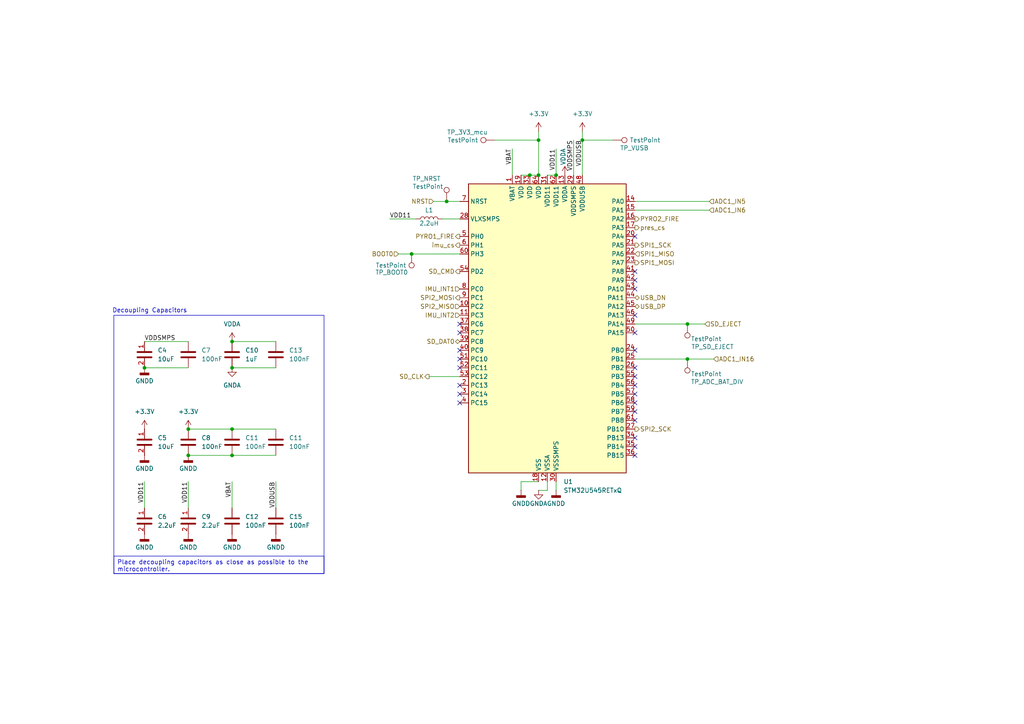
<source format=kicad_sch>
(kicad_sch (version 20250114) (generator "eeschema") (generator_version "9.0")
  (paper "A4")
  (title_block (title "Ride-Along Module") (date "2025-04-10") (rev "1") (company "Rowan Rocketry"))
  (lib_symbols
    (symbol "C_1" (pin_names (offset 0.254))
      (property "Reference" "C" (at 0.635 2.54 0))
      (property "Value" "C" (at 0.635 -2.54 0))
      (symbol "C_1_0_1"
        (polyline (pts (xy -2.032 0.762) (xy 2.032 0.762)) (stroke (width 0.508)))
        (polyline (pts (xy -2.032 -0.762) (xy 2.032 -0.762)) (stroke (width 0.508)))
      )
      (symbol "C_1_1_1"
        (pin passive line (at 0 3.81 270) (length 2.794) (name "~") (number "1"))
        (pin passive line (at 0 -3.81 90) (length 2.794) (name "~") (number "2"))
      )
    )
    (symbol "C_2" (pin_names (offset 0.254))
      (property "Reference" "C" (at 0.635 2.54 0))
      (property "Value" "C" (at 0.635 -2.54 0))
      (symbol "C_2_0_1"
        (polyline (pts (xy -2.032 0.762) (xy 2.032 0.762)) (stroke (width 0.508)))
        (polyline (pts (xy -2.032 -0.762) (xy 2.032 -0.762)) (stroke (width 0.508)))
      )
      (symbol "C_2_1_1"
        (pin passive line (at 0 3.81 270) (length 2.794) (name "~") (number "1"))
        (pin passive line (at 0 -3.81 90) (length 2.794) (name "~") (number "2"))
      )
    )
    (symbol "C_3" (pin_names (offset 0.254))
      (property "Reference" "C" (at 0.635 2.54 0))
      (property "Value" "C" (at 0.635 -2.54 0))
      (symbol "C_3_0_1"
        (polyline (pts (xy -2.032 0.762) (xy 2.032 0.762)) (stroke (width 0.508)))
        (polyline (pts (xy -2.032 -0.762) (xy 2.032 -0.762)) (stroke (width 0.508)))
      )
      (symbol "C_3_1_1"
        (pin passive line (at 0 3.81 270) (length 2.794) (name "~") (number "1"))
        (pin passive line (at 0 -3.81 90) (length 2.794) (name "~") (number "2"))
      )
    )
    (symbol "C_4" (pin_names (offset 0.254))
      (property "Reference" "C" (at 0.635 2.54 0))
      (property "Value" "C" (at 0.635 -2.54 0))
      (symbol "C_4_0_1"
        (polyline (pts (xy -2.032 0.762) (xy 2.032 0.762)) (stroke (width 0.508)))
        (polyline (pts (xy -2.032 -0.762) (xy 2.032 -0.762)) (stroke (width 0.508)))
      )
      (symbol "C_4_1_1"
        (pin passive line (at 0 3.81 270) (length 2.794) (name "~") (number "1"))
        (pin passive line (at 0 -3.81 90) (length 2.794) (name "~") (number "2"))
      )
    )
    (symbol "Connector:TestPoint" (pin_numbers (hide yes)) (pin_names (offset 0.762) (hide yes))
      (property "Reference" "TP" (at 0 6.858 0))
      (property "Value" "TestPoint" (at 0 5.08 0))
      (symbol "TestPoint_0_1"
        (circle (center 0 3.302) (radius 0.762))
      )
      (symbol "TestPoint_1_1"
        (pin passive line (at 0 0 90) (length 2.54) (name "1") (number "1"))
      )
    )
    (symbol "Device:C" (pin_numbers (hide yes)) (pin_names (offset 0.254))
      (property "Reference" "C" (at 0.635 2.54 0))
      (property "Value" "C" (at 0.635 -2.54 0))
      (symbol "C_0_1"
        (polyline (pts (xy -2.032 0.762) (xy 2.032 0.762)) (stroke (width 0.508)))
        (polyline (pts (xy -2.032 -0.762) (xy 2.032 -0.762)) (stroke (width 0.508)))
      )
      (symbol "C_1_1"
        (pin passive line (at 0 3.81 270) (length 2.794) (name "~") (number "1"))
        (pin passive line (at 0 -3.81 90) (length 2.794) (name "~") (number "2"))
      )
    )
    (symbol "Device:L" (pin_numbers (hide yes)) (pin_names (offset 1.016) (hide yes))
      (property "Reference" "L" (at -1.27 0 90))
      (property "Value" "L" (at 1.905 0 90))
      (symbol "L_0_1"
        (arc (start 0 2.54) (mid 0.6323 1.905) (end 0 1.27))
        (arc (start 0 1.27) (mid 0.6323 0.635) (end 0 0))
        (arc (start 0 0) (mid 0.6323 -0.635) (end 0 -1.27))
        (arc (start 0 -1.27) (mid 0.6323 -1.905) (end 0 -2.54))
      )
      (symbol "L_1_1"
        (pin passive line (at 0 3.81 270) (length 1.27) (name "1") (number "1"))
        (pin passive line (at 0 -3.81 90) (length 1.27) (name "2") (number "2"))
      )
    )
    (symbol "MCU_ST_STM32U5:STM32U545RETxQ"
      (property "Reference" "U" (at -22.86 44.45 0))
      (property "Value" "STM32U545RETxQ" (at 12.7 44.45 0))
      (symbol "STM32U545RETxQ_0_1"
        (rectangle (start -22.86 -40.64) (end 22.86 43.18) (stroke (width 0.254)) (fill (type background)))
      )
      (symbol "STM32U545RETxQ_1_1"
        (pin input line (at -25.4 38.1 0) (length 2.54) (name "NRST") (number "7"))
        (pin power_in line (at -25.4 33.02 0) (length 2.54) (name "VLXSMPS") (number "28"))
        (pin bidirectional line (at -25.4 27.94 0) (length 2.54) (name "PH0") (number "5"))
        (pin bidirectional line (at -25.4 25.4 0) (length 2.54) (name "PH1") (number "6"))
        (pin bidirectional line (at -25.4 22.86 0) (length 2.54) (name "PH3") (number "60"))
        (pin bidirectional line (at -25.4 17.78 0) (length 2.54) (name "PD2") (number "54"))
        (pin bidirectional line (at -25.4 12.7 0) (length 2.54) (name "PC0") (number "8"))
        (pin bidirectional line (at -25.4 10.16 0) (length 2.54) (name "PC1") (number "9"))
        (pin bidirectional line (at -25.4 7.62 0) (length 2.54) (name "PC2") (number "10"))
        (pin bidirectional line (at -25.4 5.08 0) (length 2.54) (name "PC3") (number "11"))
        (pin bidirectional line (at -25.4 2.54 0) (length 2.54) (name "PC6") (number "37"))
        (pin bidirectional line (at -25.4 0 0) (length 2.54) (name "PC7") (number "38"))
        (pin bidirectional line (at -25.4 -2.54 0) (length 2.54) (name "PC8") (number "39"))
        (pin bidirectional line (at -25.4 -5.08 0) (length 2.54) (name "PC9") (number "40"))
        (pin bidirectional line (at -25.4 -7.62 0) (length 2.54) (name "PC10") (number "51"))
        (pin bidirectional line (at -25.4 -10.16 0) (length 2.54) (name "PC11") (number "52"))
        (pin bidirectional line (at -25.4 -12.7 0) (length 2.54) (name "PC12") (number "53"))
        (pin bidirectional line (at -25.4 -15.24 0) (length 2.54) (name "PC13") (number "2"))
        (pin bidirectional line (at -25.4 -17.78 0) (length 2.54) (name "PC14") (number "3"))
        (pin bidirectional line (at -25.4 -20.32 0) (length 2.54) (name "PC15") (number "4"))
        (pin power_in line (at -10.16 45.72 270) (length 2.54) (name "VBAT") (number "1"))
        (pin power_in line (at -7.62 45.72 270) (length 2.54) (name "VDD") (number "19"))
        (pin power_in line (at -5.08 45.72 270) (length 2.54) (name "VDD") (number "33"))
        (pin power_in line (at -2.54 45.72 270) (length 2.54) (name "VDD") (number "64"))
        (pin power_in line (at -2.54 -43.18 90) (length 2.54) (name "VSS") (number "18"))
        (pin passive line (at -2.54 -43.18 90) (length 2.54) (hide yes) (name "VSS") (number "32"))
        (pin passive line (at -2.54 -43.18 90) (length 2.54) (hide yes) (name "VSS") (number "47"))
        (pin passive line (at -2.54 -43.18 90) (length 2.54) (hide yes) (name "VSS") (number "63"))
        (pin power_in line (at 0 45.72 270) (length 2.54) (name "VDD11") (number "31"))
        (pin power_in line (at 0 -43.18 90) (length 2.54) (name "VSSA") (number "12"))
        (pin power_in line (at 2.54 45.72 270) (length 2.54) (name "VDD11") (number "62"))
        (pin power_in line (at 2.54 -43.18 90) (length 2.54) (name "VSSSMPS") (number "30"))
        (pin power_in line (at 5.08 45.72 270) (length 2.54) (name "VDDA") (number "13"))
        (pin power_in line (at 7.62 45.72 270) (length 2.54) (name "VDDSMPS") (number "29"))
        (pin power_in line (at 10.16 45.72 270) (length 2.54) (name "VDDUSB") (number "48"))
        (pin bidirectional line (at 25.4 38.1 180) (length 2.54) (name "PA0") (number "14"))
        (pin bidirectional line (at 25.4 35.56 180) (length 2.54) (name "PA1") (number "15"))
        (pin bidirectional line (at 25.4 33.02 180) (length 2.54) (name "PA2") (number "16"))
        (pin bidirectional line (at 25.4 30.48 180) (length 2.54) (name "PA3") (number "17"))
        (pin bidirectional line (at 25.4 27.94 180) (length 2.54) (name "PA4") (number "20"))
        (pin bidirectional line (at 25.4 25.4 180) (length 2.54) (name "PA5") (number "21"))
        (pin bidirectional line (at 25.4 22.86 180) (length 2.54) (name "PA6") (number "22"))
        (pin bidirectional line (at 25.4 20.32 180) (length 2.54) (name "PA7") (number "23"))
        (pin bidirectional line (at 25.4 17.78 180) (length 2.54) (name "PA8") (number "41"))
        (pin bidirectional line (at 25.4 15.24 180) (length 2.54) (name "PA9") (number "42"))
        (pin bidirectional line (at 25.4 12.7 180) (length 2.54) (name "PA10") (number "43"))
        (pin bidirectional line (at 25.4 10.16 180) (length 2.54) (name "PA11") (number "44"))
        (pin bidirectional line (at 25.4 7.62 180) (length 2.54) (name "PA12") (number "45"))
        (pin bidirectional line (at 25.4 5.08 180) (length 2.54) (name "PA13") (number "46"))
        (pin bidirectional line (at 25.4 2.54 180) (length 2.54) (name "PA14") (number "49"))
        (pin bidirectional line (at 25.4 0 180) (length 2.54) (name "PA15") (number "50"))
        (pin bidirectional line (at 25.4 -5.08 180) (length 2.54) (name "PB0") (number "24"))
        (pin bidirectional line (at 25.4 -7.62 180) (length 2.54) (name "PB1") (number "25"))
        (pin bidirectional line (at 25.4 -10.16 180) (length 2.54) (name "PB2") (number "26"))
        (pin bidirectional line (at 25.4 -12.7 180) (length 2.54) (name "PB3") (number "55"))
        (pin bidirectional line (at 25.4 -15.24 180) (length 2.54) (name "PB4") (number "56"))
        (pin bidirectional line (at 25.4 -17.78 180) (length 2.54) (name "PB5") (number "57"))
        (pin bidirectional line (at 25.4 -20.32 180) (length 2.54) (name "PB6") (number "58"))
        (pin bidirectional line (at 25.4 -22.86 180) (length 2.54) (name "PB7") (number "59"))
        (pin bidirectional line (at 25.4 -25.4 180) (length 2.54) (name "PB8") (number "61"))
        (pin bidirectional line (at 25.4 -27.94 180) (length 2.54) (name "PB10") (number "27"))
        (pin bidirectional line (at 25.4 -30.48 180) (length 2.54) (name "PB13") (number "34"))
        (pin bidirectional line (at 25.4 -33.02 180) (length 2.54) (name "PB14") (number "35"))
        (pin bidirectional line (at 25.4 -35.56 180) (length 2.54) (name "PB15") (number "36"))
      )
    )
    (symbol "power:+3.3V" (power) (pin_numbers (hide yes)) (pin_names (offset 0) (hide yes))
      (property "Value" "+3.3V" (at 0 3.556 0))
      (symbol "+3.3V_0_1"
        (polyline (pts (xy -0.762 1.27) (xy 0 2.54)))
        (polyline (pts (xy 0 2.54) (xy 0.762 1.27)))
        (polyline (pts (xy 0 0) (xy 0 2.54)))
      )
      (symbol "+3.3V_1_1"
        (pin power_in line (at 0 0 90) (length 0) (name "~") (number "1"))
      )
    )
    (symbol "power:GNDA" (power) (pin_numbers (hide yes)) (pin_names (offset 0) (hide yes))
      (property "Value" "GNDA" (at 0 -3.81 0))
      (symbol "GNDA_0_1"
        (polyline (pts (xy 0 0) (xy 0 -1.27) (xy 1.27 -1.27) (xy 0 -2.54) (xy -1.27 -1.27) (xy 0 -1.27)))
      )
      (symbol "GNDA_1_1"
        (pin power_in line (at 0 0 270) (length 0) (name "~") (number "1"))
      )
    )
    (symbol "power:GNDD" (power) (pin_numbers (hide yes)) (pin_names (offset 0) (hide yes))
      (property "Value" "GNDD" (at 0 -3.175 0))
      (symbol "GNDD_0_1"
        (rectangle (start -1.27 -1.524) (end 1.27 -2.032) (stroke (width 0.254)) (fill (type outline)))
        (polyline (pts (xy 0 0) (xy 0 -1.524)))
      )
      (symbol "GNDD_1_1"
        (pin power_in line (at 0 0 270) (length 0) (name "~") (number "1"))
      )
    )
    (symbol "power:VDDA" (power) (pin_numbers (hide yes)) (pin_names (offset 0) (hide yes))
      (property "Value" "VDDA" (at 0 3.556 0))
      (symbol "VDDA_0_1"
        (polyline (pts (xy -0.762 1.27) (xy 0 2.54)))
        (polyline (pts (xy 0 2.54) (xy 0.762 1.27)))
        (polyline (pts (xy 0 0) (xy 0 2.54)))
      )
      (symbol "VDDA_1_1"
        (pin power_in line (at 0 0 90) (length 0) (name "~") (number "1"))
      )
    )
  )
  (rectangle (start 33.02 91.44) (end 93.98 166.37))
  (text "Decoupling Capacitors" (at 43.434 90.17 0) (effects (font (size 1.27 1.27))))
  (text_box "Place decoupling capacitors as close as possible to the microcontroller." (at 33.02 161.29 0) (size 60.96 5.08) (margins 0.9525 0.9525 0.9525 0.9525) (effects (font (size 1.27 1.27)) (justify left top)))
  (junction (at 199.39 104.14))
  (junction (at 156.21 50.8))
  (junction (at 67.31 106.68))
  (junction (at 161.29 50.8))
  (junction (at 54.61 132.08))
  (junction (at 41.91 106.68))
  (junction (at 54.61 124.46))
  (junction (at 67.31 132.08))
  (junction (at 156.21 40.64))
  (junction (at 199.39 93.98))
  (junction (at 119.38 73.66))
  (junction (at 129.54 58.42))
  (junction (at 168.91 40.64))
  (junction (at 67.31 124.46))
  (junction (at 153.67 50.8))
  (junction (at 67.31 99.06))
  (no_connect (at 184.15 127))
  (no_connect (at 133.35 101.6))
  (no_connect (at 184.15 106.68))
  (no_connect (at 184.15 111.76))
  (no_connect (at 184.15 96.52))
  (no_connect (at 184.15 83.82))
  (no_connect (at 133.35 106.68))
  (no_connect (at 184.15 132.08))
  (no_connect (at 133.35 111.76))
  (no_connect (at 184.15 91.44))
  (no_connect (at 184.15 116.84))
  (no_connect (at 184.15 129.54))
  (no_connect (at 184.15 68.58))
  (no_connect (at 184.15 121.92))
  (no_connect (at 184.15 101.6))
  (no_connect (at 133.35 116.84))
  (no_connect (at 133.35 114.3))
  (no_connect (at 184.15 81.28))
  (no_connect (at 184.15 114.3))
  (no_connect (at 184.15 119.38))
  (no_connect (at 133.35 96.52))
  (no_connect (at 184.15 109.22))
  (no_connect (at 133.35 104.14))
  (no_connect (at 133.35 93.98))
  (no_connect (at 184.15 78.74))
  (wire (pts (xy 124.46 109.22) (xy 133.35 109.22)))
  (wire (pts (xy 41.91 139.7) (xy 41.91 147.32)))
  (wire (pts (xy 54.61 132.08) (xy 67.31 132.08)))
  (wire (pts (xy 168.91 40.64) (xy 177.8 40.64)))
  (wire (pts (xy 115.57 73.66) (xy 119.38 73.66)))
  (wire (pts (xy 41.91 106.68) (xy 54.61 106.68)))
  (wire (pts (xy 54.61 124.46) (xy 67.31 124.46)))
  (wire (pts (xy 204.47 93.98) (xy 199.39 93.98)))
  (wire (pts (xy 41.91 99.06) (xy 54.61 99.06)))
  (wire (pts (xy 113.03 63.5) (xy 120.65 63.5)))
  (wire (pts (xy 153.67 50.8) (xy 156.21 50.8)))
  (wire (pts (xy 199.39 93.98) (xy 184.15 93.98)))
  (wire (pts (xy 119.38 73.66) (xy 133.35 73.66)))
  (wire (pts (xy 166.37 40.64) (xy 166.37 50.8)))
  (wire (pts (xy 80.01 139.7) (xy 80.01 147.32)))
  (wire (pts (xy 161.29 43.18) (xy 161.29 50.8)))
  (wire (pts (xy 67.31 124.46) (xy 80.01 124.46)))
  (wire (pts (xy 156.21 142.24) (xy 158.75 142.24)))
  (wire (pts (xy 151.13 139.7) (xy 156.21 139.7)))
  (wire (pts (xy 168.91 40.64) (xy 168.91 50.8)))
  (wire (pts (xy 158.75 50.8) (xy 161.29 50.8)))
  (wire (pts (xy 207.01 104.14) (xy 199.39 104.14)))
  (wire (pts (xy 128.27 63.5) (xy 133.35 63.5)))
  (wire (pts (xy 151.13 139.7) (xy 151.13 142.24)))
  (wire (pts (xy 67.31 106.68) (xy 80.01 106.68)))
  (wire (pts (xy 199.39 104.14) (xy 184.15 104.14)))
  (wire (pts (xy 161.29 139.7) (xy 161.29 142.24)))
  (wire (pts (xy 151.13 50.8) (xy 153.67 50.8)))
  (wire (pts (xy 67.31 99.06) (xy 80.01 99.06)))
  (wire (pts (xy 168.91 38.1) (xy 168.91 40.64)))
  (wire (pts (xy 205.74 58.42) (xy 184.15 58.42)))
  (wire (pts (xy 156.21 40.64) (xy 156.21 50.8)))
  (wire (pts (xy 67.31 132.08) (xy 80.01 132.08)))
  (wire (pts (xy 158.75 142.24) (xy 158.75 139.7)))
  (wire (pts (xy 205.74 60.96) (xy 184.15 60.96)))
  (wire (pts (xy 125.73 58.42) (xy 129.54 58.42)))
  (wire (pts (xy 143.51 40.64) (xy 156.21 40.64)))
  (wire (pts (xy 148.59 43.18) (xy 148.59 50.8)))
  (wire (pts (xy 129.54 58.42) (xy 133.35 58.42)))
  (wire (pts (xy 67.31 139.7) (xy 67.31 147.32)))
  (wire (pts (xy 156.21 38.1) (xy 156.21 40.64)))
  (wire (pts (xy 54.61 139.7) (xy 54.61 147.32)))
  (label "VDD11" (at 113.03 63.5 0))
  (label "VDDUSB" (at 80.01 139.7 270))
  (label "VDDSMPS" (at 166.37 40.64 270))
  (label "VDD11" (at 54.61 139.7 270))
  (label "VDDUSB" (at 168.91 40.64 270))
  (label "VDDSMPS" (at 41.91 99.06 0))
  (label "VBAT" (at 67.31 139.7 270))
  (label "VDD11" (at 41.91 139.7 270))
  (label "VBAT" (at 148.59 43.18 270))
  (label "VDD11" (at 161.29 43.18 270))
  (hierarchical_label "IMU_INT2" (shape input) (at 133.35 91.44 180))
  (hierarchical_label "NRST" (shape input) (at 125.73 58.42 180))
  (hierarchical_label "USB_DP" (shape bidirectional) (at 184.15 88.9 0))
  (hierarchical_label "ADC1_IN16" (shape input) (at 207.01 104.14 0))
  (hierarchical_label "SPI1_SCK" (shape output) (at 184.15 71.12 0))
  (hierarchical_label "IMU_INT1" (shape input) (at 133.35 83.82 180))
  (hierarchical_label "SPI1_MOSI" (shape output) (at 184.15 76.2 0))
  (hierarchical_label "SD_CMD" (shape output) (at 133.35 78.74 180))
  (hierarchical_label "ADC1_IN5" (shape input) (at 205.74 58.42 0))
  (hierarchical_label "SPI2_SCK" (shape output) (at 184.15 124.46 0))
  (hierarchical_label "pres_cs" (shape output) (at 184.15 66.04 0))
  (hierarchical_label "imu_cs" (shape output) (at 133.35 71.12 180))
  (hierarchical_label "USB_DN" (shape bidirectional) (at 184.15 86.36 0))
  (hierarchical_label "ADC1_IN6" (shape input) (at 205.74 60.96 0))
  (hierarchical_label "SD_CLK" (shape output) (at 124.46 109.22 180))
  (hierarchical_label "PYRO1_FIRE" (shape output) (at 133.35 68.58 180))
  (hierarchical_label "PYRO2_FIRE" (shape output) (at 184.15 63.5 0))
  (hierarchical_label "SD_DAT0" (shape bidirectional) (at 133.35 99.06 180))
  (hierarchical_label "SPI1_MISO" (shape input) (at 184.15 73.66 0))
  (hierarchical_label "SPI2_MISO" (shape input) (at 133.35 88.9 180))
  (hierarchical_label "SD_EJECT" (shape input) (at 204.47 93.98 0))
  (hierarchical_label "SPI2_MOSI" (shape output) (at 133.35 86.36 180))
  (hierarchical_label "BOOT0" (shape input) (at 115.57 73.66 180))
  (symbol (lib_id "Connector:TestPoint") (at 129.54 58.42 0) (unit 1)
    (property "Reference" "TP_NRST" (at 119.634 51.816 0) (effects (justify left)))
    (property "Value" "TestPoint" (at 119.634 54.102 0) (effects (justify left)))
    (property "Footprint" "TestPoint:TestPoint_Loop_D2.54mm_Drill1.5mm_Beaded" (effects (hide yes)))
    (property "Datasheet" "https://www.keyelco.com/userAssets/file/M65p56.pdf" (effects (hide yes)))
    (property "Description" "test point" (effects (hide yes)))
    (property "Purchase" "https://www.digikey.com/en/products/detail/keystone-electronics/5000/255326" (effects (hide yes)))
  )
  (symbol (lib_id "Connector:TestPoint") (at 199.39 93.98 180) (unit 1)
    (property "Reference" "TP_SD_EJECT" (at 212.852 100.584 0) (effects (justify left)))
    (property "Value" "TestPoint" (at 209.296 98.298 0) (effects (justify left)))
    (property "Footprint" "TestPoint:TestPoint_Loop_D2.54mm_Drill1.5mm_Beaded" (effects (hide yes)))
    (property "Datasheet" "https://www.keyelco.com/userAssets/file/M65p56.pdf" (effects (hide yes)))
    (property "Description" "test point" (effects (hide yes)))
    (property "Purchase" "https://www.digikey.com/en/products/detail/keystone-electronics/5000/255326" (effects (hide yes)))
  )
  (symbol (lib_id "Connector:TestPoint") (at 199.39 104.14 180) (unit 1)
    (property "Reference" "TP_ADC_BAT_DIV" (at 215.646 110.744 0) (effects (justify left)))
    (property "Value" "TestPoint" (at 209.296 108.458 0) (effects (justify left)))
    (property "Footprint" "TestPoint:TestPoint_Loop_D2.54mm_Drill1.5mm_Beaded" (effects (hide yes)))
    (property "Datasheet" "https://www.keyelco.com/userAssets/file/M65p56.pdf" (effects (hide yes)))
    (property "Description" "test point" (effects (hide yes)))
    (property "Purchase" "https://www.digikey.com/en/products/detail/keystone-electronics/5000/255326" (effects (hide yes)))
  )
  (symbol (lib_id "MCU_ST_STM32U5:STM32U545RETxQ") (at 158.75 96.52 0) (unit 1)
    (property "Reference" "U1" (at 163.4333 139.7 0) (effects (justify left)))
    (property "Value" "STM32U545RETxQ" (at 163.4333 142.24 0) (effects (justify left)))
    (property "Footprint" "Package_QFP:LQFP-64_10x10mm_P0.5mm" (effects (hide yes)))
    (property "Datasheet" "https://www.st.com/resource/en/datasheet/stm32u545re.pdf" (effects (hide yes)))
    (property "Description" "STMicroelectronics Arm Cortex-M33 MCU, 512KB flash, 274KB RAM, 47 GPIO, LQFP64" (effects (hide yes)))
    (property "Purchase" "https://www.digikey.com/en/products/detail/stmicroelectronics/STM32U545RET6Q/20412792?s=N4IgjCBcoLQExVAYygFwE4FcCmAaEA9lANogCcI%2BArCALoC%2B9%2BCkpAzqgLYDMcmVAFirpsdekA" (effects (hide yes)))
  )
  (symbol (lib_id "power:GNDD") (at 151.13 142.24 0) (unit 1)
    (property "Reference" "#PWR09" (effects (hide yes)))
    (property "Value" "GNDD" (at 151.13 146.05 0))
    (property "Description" "Power symbol creates a global label with name \"GNDD\" , digital ground" (effects (hide yes)))
  )
  (symbol (lib_id "power:GNDA") (at 156.21 142.24 0) (unit 1)
    (property "Reference" "#PWR010" (effects (hide yes)))
    (property "Value" "GNDA" (at 156.21 146.05 0))
    (property "Description" "Power symbol creates a global label with name \"GNDA\" , analog ground" (effects (hide yes)))
  )
  (symbol (lib_id "Device:C") (at 67.31 128.27 0) (unit 1)
    (property "Reference" "C11" (at 71.12 126.9999 0) (effects (justify left)))
    (property "Value" "100nF" (at 71.12 129.5399 0) (effects (justify left)))
    (property "Footprint" "Capacitor_SMD:C_0603_1608Metric_Pad1.08x0.95mm_HandSolder" (effects (hide yes)))
    (property "Description" "Unpolarized capacitor" (effects (hide yes)))
  )
  (symbol (lib_id "Device:L") (at 124.46 63.5 90) (unit 1)
    (property "Reference" "L1" (at 124.46 60.96 90))
    (property "Value" "2.2uH" (at 124.46 64.77 90))
    (property "Footprint" "Inductor_SMD:L_0603_1608Metric_Pad1.05x0.95mm_HandSolder" (effects (hide yes)))
    (property "Description" "Inductor" (effects (hide yes)))
  )
  (symbol (lib_name "C_3") (lib_id "Device:C") (at 54.61 151.13 0) (unit 1)
    (property "Reference" "C9" (at 58.42 149.8599 0) (effects (justify left)))
    (property "Value" "2.2uF" (at 58.42 152.3999 0) (effects (justify left)))
    (property "Footprint" "Capacitor_SMD:C_0603_1608Metric_Pad1.08x0.95mm_HandSolder" (effects (hide yes)))
    (property "Description" "Unpolarized capacitor" (effects (hide yes)))
  )
  (symbol (lib_id "power:GNDD") (at 54.61 132.08 0) (unit 1)
    (property "Reference" "#PWR04" (effects (hide yes)))
    (property "Value" "GNDD" (at 54.61 135.89 0))
    (property "Description" "Power symbol creates a global label with name \"GNDD\" , digital ground" (effects (hide yes)))
  )
  (symbol (lib_id "power:GNDD") (at 161.29 142.24 0) (unit 1)
    (property "Reference" "#PWR014" (effects (hide yes)))
    (property "Value" "GNDD" (at 161.29 146.05 0))
    (property "Description" "Power symbol creates a global label with name \"GNDD\" , digital ground" (effects (hide yes)))
  )
  (symbol (lib_id "Connector:TestPoint") (at 119.38 73.66 180) (unit 1)
    (property "Reference" "TP_BOOT0" (at 118.364 78.994 0) (effects (justify left)))
    (property "Value" "TestPoint" (at 117.856 76.962 0) (effects (justify left)))
    (property "Footprint" "TestPoint:TestPoint_Loop_D2.54mm_Drill1.5mm_Beaded" (effects (hide yes)))
    (property "Datasheet" "https://www.keyelco.com/userAssets/file/M65p56.pdf" (effects (hide yes)))
    (property "Description" "test point" (effects (hide yes)))
    (property "Purchase" "https://www.digikey.com/en/products/detail/keystone-electronics/5000/255326" (effects (hide yes)))
  )
  (symbol (lib_id "power:GNDD") (at 41.91 154.94 0) (unit 1)
    (property "Reference" "#PWR03" (effects (hide yes)))
    (property "Value" "GNDD" (at 41.91 158.75 0))
    (property "Description" "Power symbol creates a global label with name \"GNDD\" , digital ground" (effects (hide yes)))
  )
  (symbol (lib_id "Connector:TestPoint") (at 143.51 40.64 90) (unit 1)
    (property "Reference" "TP_3V3_mcu" (at 141.478 38.354 90) (effects (justify left)))
    (property "Value" "TestPoint" (at 138.684 40.64 90) (effects (justify left)))
    (property "Footprint" "TestPoint:TestPoint_Loop_D2.54mm_Drill1.5mm_Beaded" (effects (hide yes)))
    (property "Datasheet" "https://www.keyelco.com/userAssets/file/M65p56.pdf" (effects (hide yes)))
    (property "Description" "test point" (effects (hide yes)))
    (property "Purchase" "https://www.digikey.com/en/products/detail/keystone-electronics/5000/255326" (effects (hide yes)))
  )
  (symbol (lib_id "power:GNDD") (at 41.91 106.68 0) (unit 1)
    (property "Reference" "#PWR01" (effects (hide yes)))
    (property "Value" "GNDD" (at 41.91 110.49 0))
    (property "Description" "Power symbol creates a global label with name \"GNDD\" , digital ground" (effects (hide yes)))
  )
  (symbol (lib_name "C_1") (lib_id "Device:C") (at 41.91 128.27 0) (unit 1)
    (property "Reference" "C5" (at 45.72 126.9999 0) (effects (justify left)))
    (property "Value" "10uF" (at 45.72 129.5399 0) (effects (justify left)))
    (property "Footprint" "Capacitor_SMD:C_0603_1608Metric_Pad1.08x0.95mm_HandSolder" (effects (hide yes)))
    (property "Description" "Unpolarized capacitor" (effects (hide yes)))
  )
  (symbol (lib_id "power:GNDA") (at 67.31 106.68 0) (unit 1)
    (property "Reference" "#PWR06" (effects (hide yes)))
    (property "Value" "GNDA" (at 67.31 111.76 0))
    (property "Description" "Power symbol creates a global label with name \"GNDA\" , analog ground" (effects (hide yes)))
  )
  (symbol (lib_id "power:GNDD") (at 54.61 154.94 0) (unit 1)
    (property "Reference" "#PWR05" (effects (hide yes)))
    (property "Value" "GNDD" (at 54.61 158.75 0))
    (property "Description" "Power symbol creates a global label with name \"GNDD\" , digital ground" (effects (hide yes)))
  )
  (symbol (lib_id "power:+3.3V") (at 168.91 38.1 0) (unit 1)
    (property "Reference" "#PWR056" (effects (hide yes)))
    (property "Value" "+3.3V" (at 168.91 33.02 0))
    (property "Description" "Power symbol creates a global label with name \"+3.3V\"" (effects (hide yes)))
  )
  (symbol (lib_name "C_2") (lib_id "Device:C") (at 41.91 151.13 0) (unit 1)
    (property "Reference" "C6" (at 45.72 149.8599 0) (effects (justify left)))
    (property "Value" "2.2uF" (at 45.72 152.3999 0) (effects (justify left)))
    (property "Footprint" "Capacitor_SMD:C_0603_1608Metric_Pad1.08x0.95mm_HandSolder" (effects (hide yes)))
    (property "Description" "Unpolarized capacitor" (effects (hide yes)))
  )
  (symbol (lib_id "Device:C") (at 67.31 102.87 0) (unit 1)
    (property "Reference" "C10" (at 71.12 101.5999 0) (effects (justify left)))
    (property "Value" "1uF" (at 71.12 104.1399 0) (effects (justify left)))
    (property "Footprint" "Capacitor_SMD:C_0603_1608Metric_Pad1.08x0.95mm_HandSolder" (effects (hide yes)))
    (property "Description" "Unpolarized capacitor" (effects (hide yes)))
  )
  (symbol (lib_id "power:+3.3V") (at 41.91 124.46 0) (unit 1)
    (property "Reference" "#PWR070" (effects (hide yes)))
    (property "Value" "+3.3V" (at 41.91 119.38 0))
    (property "Description" "Power symbol creates a global label with name \"+3.3V\"" (effects (hide yes)))
  )
  (symbol (lib_id "power:VDDA") (at 163.83 50.8 0) (unit 1)
    (property "Reference" "#PWR074" (effects (hide yes)))
    (property "Value" "VDDA" (at 163.322 45.466 90))
    (property "Description" "Power symbol creates a global label with name \"VDDA\"" (effects (hide yes)))
  )
  (symbol (lib_id "power:GNDD") (at 41.91 132.08 0) (unit 1)
    (property "Reference" "#PWR02" (effects (hide yes)))
    (property "Value" "GNDD" (at 41.91 135.89 0))
    (property "Description" "Power symbol creates a global label with name \"GNDD\" , digital ground" (effects (hide yes)))
  )
  (symbol (lib_id "Device:C") (at 54.61 102.87 0) (unit 1)
    (property "Reference" "C7" (at 58.42 101.5999 0) (effects (justify left)))
    (property "Value" "100nF" (at 58.42 104.1399 0) (effects (justify left)))
    (property "Footprint" "Capacitor_SMD:C_0603_1608Metric_Pad1.08x0.95mm_HandSolder" (effects (hide yes)))
    (property "Description" "Unpolarized capacitor" (effects (hide yes)))
  )
  (symbol (lib_id "Device:C") (at 54.61 128.27 0) (unit 1)
    (property "Reference" "C8" (at 58.42 126.9999 0) (effects (justify left)))
    (property "Value" "100nF" (at 58.42 129.5399 0) (effects (justify left)))
    (property "Footprint" "Capacitor_SMD:C_0603_1608Metric_Pad1.08x0.95mm_HandSolder" (effects (hide yes)))
    (property "Description" "Unpolarized capacitor" (effects (hide yes)))
  )
  (symbol (lib_id "power:GNDD") (at 80.01 154.94 0) (unit 1)
    (property "Reference" "#PWR08" (effects (hide yes)))
    (property "Value" "GNDD" (at 80.01 158.75 0))
    (property "Description" "Power symbol creates a global label with name \"GNDD\" , digital ground" (effects (hide yes)))
  )
  (symbol (lib_id "Device:C") (at 80.01 151.13 0) (unit 1)
    (property "Reference" "C15" (at 83.82 149.8599 0) (effects (justify left)))
    (property "Value" "100nF" (at 83.82 152.3999 0) (effects (justify left)))
    (property "Footprint" "Capacitor_SMD:C_0603_1608Metric_Pad1.08x0.95mm_HandSolder" (effects (hide yes)))
    (property "Description" "Unpolarized capacitor" (effects (hide yes)))
  )
  (symbol (lib_name "C_4") (lib_id "Device:C") (at 41.91 102.87 0) (unit 1)
    (property "Reference" "C4" (at 45.72 101.5999 0) (effects (justify left)))
    (property "Value" "10uF" (at 45.72 104.1399 0) (effects (justify left)))
    (property "Footprint" "Capacitor_SMD:C_0603_1608Metric_Pad1.08x0.95mm_HandSolder" (effects (hide yes)))
    (property "Description" "Unpolarized capacitor" (effects (hide yes)))
  )
  (symbol (lib_id "Connector:TestPoint") (at 177.8 40.64 270) (unit 1)
    (property "Reference" "TP_VUSB" (at 179.832 42.926 90) (effects (justify left)))
    (property "Value" "TestPoint" (at 182.626 40.64 90) (effects (justify left)))
    (property "Footprint" "TestPoint:TestPoint_Loop_D2.54mm_Drill1.5mm_Beaded" (effects (hide yes)))
    (property "Datasheet" "https://www.keyelco.com/userAssets/file/M65p56.pdf" (effects (hide yes)))
    (property "Description" "test point" (effects (hide yes)))
    (property "Purchase" "https://www.digikey.com/en/products/detail/keystone-electronics/5000/255326" (effects (hide yes)))
  )
  (symbol (lib_id "Device:C") (at 67.31 151.13 0) (unit 1)
    (property "Reference" "C12" (at 71.12 149.8599 0) (effects (justify left)))
    (property "Value" "100nF" (at 71.12 152.3999 0) (effects (justify left)))
    (property "Footprint" "Capacitor_SMD:C_0603_1608Metric_Pad1.08x0.95mm_HandSolder" (effects (hide yes)))
    (property "Description" "Unpolarized capacitor" (effects (hide yes)))
  )
  (symbol (lib_id "Device:C") (at 80.01 102.87 0) (unit 1)
    (property "Reference" "C13" (at 83.82 101.5999 0) (effects (justify left)))
    (property "Value" "100nF" (at 83.82 104.1399 0) (effects (justify left)))
    (property "Footprint" "Capacitor_SMD:C_0603_1608Metric_Pad1.08x0.95mm_HandSolder" (effects (hide yes)))
    (property "Description" "Unpolarized capacitor" (effects (hide yes)))
  )
  (symbol (lib_id "power:GNDD") (at 67.31 154.94 0) (unit 1)
    (property "Reference" "#PWR07" (effects (hide yes)))
    (property "Value" "GNDD" (at 67.31 158.75 0))
    (property "Description" "Power symbol creates a global label with name \"GNDD\" , digital ground" (effects (hide yes)))
  )
  (symbol (lib_id "Device:C") (at 80.01 128.27 0) (unit 1)
    (property "Reference" "C11" (at 83.82 126.9999 0) (effects (justify left)))
    (property "Value" "100nF" (at 83.82 129.5399 0) (effects (justify left)))
    (property "Footprint" "Capacitor_SMD:C_0603_1608Metric_Pad1.08x0.95mm_HandSolder" (effects (hide yes)))
    (property "Description" "Unpolarized capacitor" (effects (hide yes)))
  )
  (symbol (lib_id "power:+3.3V") (at 54.61 124.46 0) (unit 1)
    (property "Reference" "#PWR071" (effects (hide yes)))
    (property "Value" "+3.3V" (at 54.61 119.38 0))
    (property "Description" "Power symbol creates a global label with name \"+3.3V\"" (effects (hide yes)))
  )
  (symbol (lib_id "power:+3.3V") (at 156.21 38.1 0) (unit 1)
    (property "Reference" "#PWR013" (effects (hide yes)))
    (property "Value" "+3.3V" (at 156.21 33.02 0))
    (property "Description" "Power symbol creates a global label with name \"+3.3V\"" (effects (hide yes)))
  )
  (symbol (lib_id "power:VDDA") (at 67.31 99.06 0) (unit 1)
    (property "Reference" "#PWR073" (effects (hide yes)))
    (property "Value" "VDDA" (at 67.31 93.98 0))
    (property "Description" "Power symbol creates a global label with name \"VDDA\"" (effects (hide yes)))
  )
)
</source>
